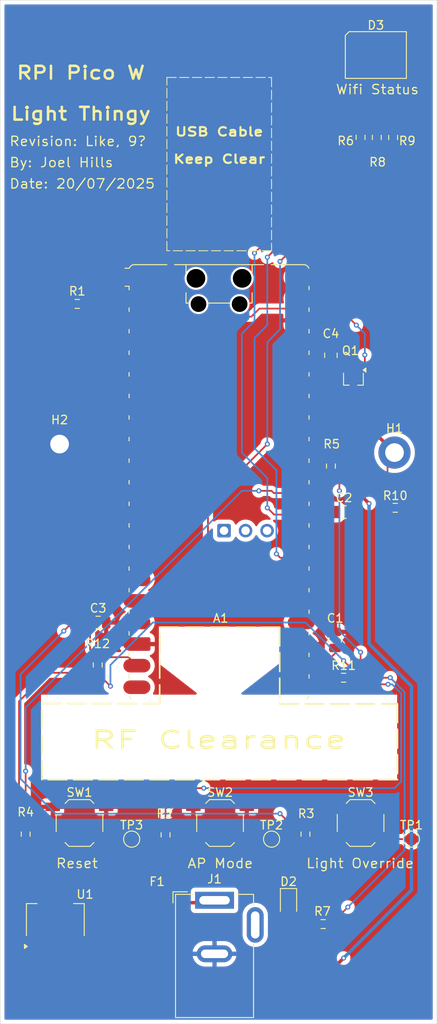
<source format=kicad_pcb>
(kicad_pcb (version 20241229) (generator "pcbnew") (generator_version "9.0")
  (layers (0 "F.Cu" signal) (2 "B.Cu" signal) (13 "F.Paste" user) (15 "B.Paste" user) (5 "F.SilkS" user "F.Silkscreen") (7 "B.SilkS" user "B.Silkscreen") (1 "F.Mask" user) (3 "B.Mask" user) (25 "Edge.Cuts" user))
  (net 0 "")
  (net 3 "GND")
  (net 7 "Net-(A1-GPIO22)")
  (net 13 "Net-(A1-RUN)")
  (net 17 "Net-(A1-GPIO20)")
  (net 19 "Net-(A1-3V3)")
  (net 23 "Net-(A1-GPIO16)")
  (net 30 "Net-(A1-GPIO1)")
  (net 32 "Regulator_Bypass")
  (net 33 "Net-(Q1-B)")
  (net 34 "Net-(F1-Pad1)")
  (net 35 "Net-(Q1-E)")
  (net 36 "Net-(A1-GPIO21)")
  (net 37 "GPIO14")
  (net 38 "Net-(R2-Pad1)")
  (net 39 "Net-(R3-Pad2)")
  (net 40 "Net-(R4-Pad2)")
  (net 41 "Net-(D3-AG)")
  (net 42 "Net-(D3-AB)")
  (net 43 "Net-(D3-AR)")
  (net 44 "Net-(D2-A)")
  (footprint "Resistor_SMD:R_0603_1608Metric_Pad0.98x0.95mm_HandSolder" (layer "F.Cu") (at 158.5 85.0875 -90)
    (property "Reference" "R5" (at -2.5875 -0.0875 0) (layer "F.SilkS"))
    (property "Value" "R" (hide yes))
    (pad "1" smd roundrect (at -0.9125 0 270) (size 0.975 0.95) (layers "F.Cu" "F.Mask" "F.Paste") (net 19 "Net-(A1-3V3)"))
    (pad "2" smd roundrect (at 0.9125 0 270) (size 0.975 0.95) (layers "F.Cu" "F.Mask" "F.Paste") (net 13 "Net-(A1-RUN)"))
  )
  (footprint "Resistor_SMD:R_0603_1608Metric_Pad0.98x0.95mm_HandSolder" (layer "F.Cu") (at 157.5875 139 180)
    (property "Reference" "R7" (at 0.0875 1.5 0) (layer "F.SilkS"))
    (property "Value" "R" (hide yes))
    (pad "1" smd roundrect (at -0.9125 0 180) (size 0.975 0.95) (layers "F.Cu" "F.Mask" "F.Paste") (net 19 "Net-(A1-3V3)"))
    (pad "2" smd roundrect (at 0.9125 0 180) (size 0.975 0.95) (layers "F.Cu" "F.Mask" "F.Paste") (net 44 "Net-(D2-A)"))
  )
  (footprint "Resistor_SMD:R_0603_1608Metric_Pad0.98x0.95mm_HandSolder" (layer "F.Cu") (at 128.5875 66 180)
    (property "Reference" "R1" (at 0 1.5 0) (layer "F.SilkS"))
    (property "Value" "R" (hide yes))
    (pad "1" smd roundrect (at -0.9125 0 180) (size 0.975 0.95) (layers "F.Cu" "F.Mask" "F.Paste") (net 30 "Net-(A1-GPIO1)"))
    (pad "2" smd roundrect (at 0.9125 0 180) (size 0.975 0.95) (layers "F.Cu" "F.Mask" "F.Paste") (net 33 "Net-(Q1-B)"))
  )
  (footprint "TestPoint:TestPoint_Pad_D1.5mm" (layer "F.Cu") (at 135 129)
    (property "Reference" "TP3" (at 0 -1.648 0) (layer "F.SilkS"))
    (property "Value" "TestPoint" (hide yes))
    (pad "1" smd circle (at 0 0) (size 1.5 1.5) (layers "F.Cu" "F.Mask") (net 40 "Net-(R4-Pad2)"))
  )
  (footprint "Fuse:Fuse_0402_1005Metric" (layer "F.Cu") (at 137.985 136 90)
    (property "Reference" "F1" (at 2 0.015 0) (layer "F.SilkS"))
    (property "Value" "Fuse" (hide yes))
    (pad "1" smd roundrect (at -0.485 0 90) (size 0.59 0.64) (layers "F.Cu" "F.Mask" "F.Paste") (net 34 "Net-(F1-Pad1)"))
    (pad "2" smd roundrect (at 0.485 0 90) (size 0.59 0.64) (layers "F.Cu" "F.Mask" "F.Paste") (net 32 "Regulator_Bypass"))
  )
  (footprint "Resistor_SMD:R_0603_1608Metric_Pad0.98x0.95mm_HandSolder" (layer "F.Cu") (at 163.9125 46.395891 -90)
    (property "Reference" "R8" (at 2.9125 -0.0875 0) (layer "F.SilkS"))
    (property "Value" "R" (hide yes))
    (pad "1" smd roundrect (at -0.9125 0 270) (size 0.975 0.95) (layers "F.Cu" "F.Mask" "F.Paste") (net 43 "Net-(D3-AR)"))
    (pad "2" smd roundrect (at 0.9125 0 270) (size 0.975 0.95) (layers "F.Cu" "F.Mask" "F.Paste") (net 36 "Net-(A1-GPIO21)"))
  )
  (footprint "Package_TO_SOT_SMD:SOT-223-3_TabPin2" (layer "F.Cu") (at 126 138.5 90)
    (property "Reference" "U1" (at 3 3.5 0) (layer "F.SilkS"))
    (property "Value" "AP1117-33" (hide yes))
    (pad "1" smd roundrect (at -3.15 -2.3 90) (size 2 1.5) (layers "F.Cu" "F.Mask" "F.Paste") (net 3 "GND"))
    (pad "2" smd roundrect (at -3.15 0 90) (size 2 1.5) (layers "F.Cu" "F.Mask" "F.Paste") (net 19 "Net-(A1-3V3)"))
    (pad "2" smd roundrect (at 3.15 0 90) (size 2 3.8) (layers "F.Cu" "F.Mask" "F.Paste") (net 19 "Net-(A1-3V3)"))
    (pad "3" smd roundrect (at -3.15 2.3 90) (size 2 1.5) (layers "F.Cu" "F.Mask" "F.Paste") (net 32 "Regulator_Bypass"))
  )
  (footprint "Button_Switch_SMD:SW_SPST_TL3342" (layer "F.Cu") (at 162 127.1 180)
    (property "Reference" "SW3" (at 0 3.6 0) (layer "F.SilkS"))
    (property "Value" "SW_Push" (hide yes))
    (pad "1" smd rect (at -3.15 -1.9 180) (size 1.7 1) (layers "F.Cu" "F.Mask" "F.Paste") (net 39 "Net-(R3-Pad2)"))
    (pad "1" smd rect (at 3.15 -1.9 180) (size 1.7 1) (layers "F.Cu" "F.Mask" "F.Paste") (net 39 "Net-(R3-Pad2)"))
    (pad "2" smd rect (at -3.15 1.9 180) (size 1.7 1) (layers "F.Cu" "F.Mask" "F.Paste") (net 3 "GND"))
    (pad "2" smd rect (at 3.15 1.9 180) (size 1.7 1) (layers "F.Cu" "F.Mask" "F.Paste") (net 3 "GND"))
  )
  (footprint "TestPoint:TestPoint_Pad_D1.5mm" (layer "F.Cu") (at 151.5 129)
    (property "Reference" "TP2" (at 0 -1.648 0) (layer "F.SilkS"))
    (property "Value" "TestPoint" (hide yes))
    (pad "1" smd circle (at 0 0) (size 1.5 1.5) (layers "F.Cu" "F.Mask") (net 38 "Net-(R2-Pad1)"))
  )
  (footprint "MountingHole:MountingHole_2.2mm_M2_DIN965_Pad" (layer "F.Cu") (at 166 83.5)
    (property "Reference" "H1" (at 0 -2.85 0) (layer "F.SilkS"))
    (property "Value" "MountingHole_Pad" (hide yes))
    (pad "1" thru_hole circle (at 0 0) (size 3.8 3.8) (drill 2.2) (layers "*.Cu" "*.Mask") (net 35 "Net-(Q1-E)"))
  )
  (footprint "Capacitor_SMD:C_0805_2012Metric" (layer "F.Cu") (at 159 105.55 -90)
    (property "Reference" "C1" (at -2.55 0 0) (layer "F.SilkS"))
    (property "Value" "C" (hide yes))
    (pad "1" smd roundrect (at -0.95 0 270) (size 1 1.45) (layers "F.Cu" "F.Mask" "F.Paste") (net 3 "GND"))
    (pad "2" smd roundrect (at 0.95 0 270) (size 1 1.45) (layers "F.Cu" "F.Mask" "F.Paste") (net 23 "Net-(A1-GPIO16)"))
  )
  (footprint "Capacitor_SMD:C_0805_2012Metric" (layer "F.Cu") (at 158.5 72.05 -90)
    (property "Reference" "C4" (at -2.55 0 0) (layer "F.SilkS"))
    (property "Value" "C" (hide yes))
    (pad "1" smd roundrect (at -0.95 0 270) (size 1 1.45) (layers "F.Cu" "F.Mask" "F.Paste") (net 3 "GND"))
    (pad "2" smd roundrect (at 0.95 0 270) (size 1 1.45) (layers "F.Cu" "F.Mask" "F.Paste") (net 19 "Net-(A1-3V3)"))
  )
  (footprint "Resistor_SMD:R_0603_1608Metric_Pad0.98x0.95mm_HandSolder" (layer "F.Cu") (at 122.5 128.4125 -90)
    (property "Reference" "R4" (at -2.5875 0 0) (layer "F.SilkS"))
    (property "Value" "R" (hide yes))
    (pad "1" smd roundrect (at -0.9125 0 270) (size 0.975 0.95) (layers "F.Cu" "F.Mask" "F.Paste") (net 13 "Net-(A1-RUN)"))
    (pad "2" smd roundrect (at 0.9125 0 270) (size 0.975 0.95) (layers "F.Cu" "F.Mask" "F.Paste") (net 40 "Net-(R4-Pad2)"))
  )
  (footprint "Module:RaspberryPi_Pico_W_SMD_HandSolder" (layer "F.Cu") (at 145.31 86.99)
    (property "Reference" "A1" (at -0.81 16.01 0) (layer "F.SilkS") (effects (justify left)))
    (property "Value" "RaspberryPi_Pico_W")
    (pad "" smd rect (at -8.89 -24.13) (size 3.8 2.2) (drill (offset -0.8 0)) (layers "F.Paste"))
    (pad "" smd rect (at -8.89 -21.59) (size 3.8 2.2) (drill (offset -0.8 0)) (layers "F.Paste"))
    (pad "" smd rect (at -8.89 -19.05) (size 3.8 2.2) (drill (offset -0.8 0)) (layers "F.Paste"))
    (pad "" smd rect (at -8.89 -16.51) (size 3.8 2.2) (drill (offset -0.8 0)) (layers "F.Paste"))
    (pad "" smd rect (at -8.89 -13.97) (size 3.8 2.2) (drill (offset -0.8 0)) (layers "F.Paste"))
    (pad "" smd rect (at -8.89 -11.43) (size 3.8 2.2) (drill (offset -0.8 0)) (layers "F.Paste"))
    (pad "" smd rect (at -8.89 -8.89) (size 3.8 2.2) (drill (offset -0.8 0)) (layers "F.Paste"))
    (pad "" smd rect (at -8.89 -6.35) (size 3.8 2.2) (drill (offset -0.8 0)) (layers "F.Paste"))
    (pad "" smd rect (at -8.89 -3.81) (size 3.8 2.2) (drill (offset -0.8 0)) (layers "F.Paste"))
    (pad "" smd rect (at -8.89 -1.27) (size 3.8 2.2) (drill (offset -0.8 0)) (layers "F.Paste"))
    (pad "" smd rect (at -8.89 1.27) (size 3.8 2.2) (drill (offset -0.8 0)) (layers "F.Paste"))
    (pad "" smd rect (at -8.89 3.81) (size 3.8 2.2) (drill (offset -0.8 0)) (layers "F.Paste"))
    (pad "" smd rect (at -8.89 6.35) (size 3.8 2.2) (drill (offset -0.8 0)) (layers "F.Paste"))
    (pad "" smd rect (at -8.89 8.89) (size 3.8 2.2) (drill (offset -0.8 0)) (layers "F.Paste"))
    (pad "" smd rect (at -8.89 11.43) (size 3.8 2.2) (drill (offset -0.8 0)) (layers "F.Paste"))
    (pad "" smd rect (at -8.89 13.97) (size 3.8 2.2) (drill (offset -0.8 0)) (layers "F.Paste"))
    (pad "" smd rect (at -8.89 16.51) (size 3.8 2.2) (drill (offset -0.8 0)) (layers "F.Paste"))
    (pad "" smd rect (at -8.89 19.05) (size 3.8 2.2) (drill (offset -0.8 0)) (layers "F.Paste"))
    (pad "" smd rect (at -8.89 21.59) (size 3.8 2.2) (drill (offset -0.8 0)) (layers "F.Paste"))
    (pad "" smd rect (at -8.89 24.13) (size 3.8 2.2) (drill (offset -0.8 0)) (layers "F.Paste"))
    (pad "" np_thru_hole circle (at -2.725 -24) (size 2.2 2.2) (drill 2.2) (layers "*.Mask"))
    (pad "" np_thru_hole circle (at -2.425 -20.97) (size 1.85 1.85) (drill 1.85) (layers "*.Mask"))
    (pad "" np_thru_hole circle (at 2.425 -20.97) (size 1.85 1.85) (drill 1.85) (layers "*.Mask"))
    (pad "" np_thru_hole circle (at 2.725 -24) (size 2.2 2.2) (drill 2.2) (layers "*.Mask"))
    (pad "" smd rect (at 8.89 -24.13) (size 3.8 2.2) (drill (offset 0.8 0)) (layers "F.Paste"))
    (pad "" smd rect (at 8.89 -21.59) (size 3.8 2.2) (drill (offset 0.8 0)) (layers "F.Paste"))
    (pad "" smd rect (at 8.89 -19.05) (size 3.8 2.2) (drill (offset 0.8 0)) (layers "F.Paste"))
    (pad "" smd rect (at 8.89 -16.51) (size 3.8 2.2) (drill (offset 0.8 0)) (layers "F.Paste"))
    (pad "" smd rect (at 8.89 -13.97) (size 3.8 2.2) (drill (offset 0.8 0)) (layers "F.Paste"))
    (pad "" smd rect (at 8.89 -11.43) (size 3.8 2.2) (drill (offset 0.8 0)) (layers "F.Paste"))
    (pad "" smd rect (at 8.89 -8.89) (size 3.8 2.2) (drill (offset 0.8 0)) (layers "F.Paste"))
    (pad "" smd rect (at 8.89 -6.35) (size 3.8 2.2) (drill (offset 0.8 0)) (layers "F.Paste"))
    (pad "" smd rect (at 8.89 -3.81) (size 3.8 2.2) (drill (offset 0.8 0)) (layers "F.Paste"))
    (pad "" smd rect (at 8.89 -1.27) (size 3.8 2.2) (drill (offset 0.8 0)) (layers "F.Paste"))
    (pad "" smd rect (at 8.89 1.27) (size 3.8 2.2) (drill (offset 0.8 0)) (layers "F.Paste"))
    (pad "" smd rect (at 8.89 3.81) (size 3.8 2.2) (drill (offset 0.8 0)) (layers "F.Paste"))
    (pad "" smd rect (at 8.89 6.35) (size 3.8 2.2) (drill (offset 0.8 0)) (layers "F.Paste"))
    (pad "" smd rect (at 8.89 8.89) (size 3.8 2.2) (drill (offset 0.8 0)) (layers "F.Paste"))
    (pad "" smd rect (at 8.89 11.43) (size 3.8 2.2) (drill (offset 0.8 0)) (layers "F.Paste"))
    (pad "" smd rect (at 8.89 13.97) (size 3.8 2.2) (drill (offset 0.8 0)) (layers "F.Paste"))
    (pad "" smd rect (at 8.89 16.51) (size 3.8 2.2) (drill (offset 0.8 0)) (layers "F.Paste"))
    (pad "" smd rect (at 8.89 19.05) (size 3.8 2.2) (drill (offset 0.8 0)) (layers "F.Paste"))
    (pad "" smd rect (at 8.89 21.59) (size 3.8 2.2) (drill (offset 0.8 0)) (layers "F.Paste"))
    (pad "" smd rect (at 8.89 24.13) (size 3.8 2.2) (drill (offset 0.8 0)) (layers "F.Paste"))
    (pad "1" smd custom (at -9.69 -24.13) (size 1.6 0.8) (layers "F.Cu" "F.Mask") (options (clearance outline) (anchor rect)) (primitives (gr_circle (center 0.8 0) (end 1.6 0) (width 0) (fill yes)) (gr_poly (pts (xy -1.6 -0.6) (xy -1.6 0.6) (xy -1.4 0.8) (xy 0.8 0.8) (xy 0.8 -0.8) (xy -1.4 -0.8)) (width 0) (fill yes)) (gr_circle (center -1.4 -0.6) (end -1.2 -0.6) (width 0) (fill yes)) (gr_circle (center -1.4 0.6) (end -1.2 0.6) (width 0) (fill yes))))
    (pad "2" smd roundrect (at -9.69 -21.59) (size 3.2 1.6) (layers "F.Cu" "F.Mask") (roundrect_rratio 0.5) (net 30 "Net-(A1-GPIO1)"))
    (pad "3" smd custom (at -9.69 -19.05) (size 1.6 0.8) (layers "F.Cu" "F.Mask") (net 3 "GND") (options (clearance outline) (anchor rect)) (primitives (gr_circle (center -0.8 0) (end 0 0) (width 0) (fill yes)) (gr_poly (pts (xy 1.6 -0.6) (xy 1.6 0.6) (xy 1.4 0.8) (xy -0.8 0.8) (xy -0.8 -0.8) (xy 1.4 -0.8)) (width 0) (fill yes)) (gr_circle (center 1.4 -0.6) (end 1.6 -0.6) (width 0) (fill yes)) (gr_circle (center 1.4 0.6) (end 1.6 0.6) (width 0) (fill yes))))
    (pad "4" smd roundrect (at -9.69 -16.51) (size 3.2 1.6) (layers "F.Cu" "F.Mask") (roundrect_rratio 0.5))
    (pad "5" smd roundrect (at -9.69 -13.97) (size 3.2 1.6) (layers "F.Cu" "F.Mask") (roundrect_rratio 0.5))
    (pad "6" smd roundrect (at -9.69 -11.43) (size 3.2 1.6) (layers "F.Cu" "F.Mask") (roundrect_rratio 0.5))
    (pad "7" smd roundrect (at -9.69 -8.89) (size 3.2 1.6) (layers "F.Cu" "F.Mask") (roundrect_rratio 0.5))
    (pad "8" smd custom (at -9.69 -6.35) (size 1.6 0.8) (layers "F.Cu" "F.Mask") (net 3 "GND") (options (clearance outline) (anchor rect)) (primitives (gr_circle (center -0.8 0) (end 0 0) (width 0) (fill yes)) (gr_poly (pts (xy 1.6 -0.6) (xy 1.6 0.6) (xy 1.4 0.8) (xy -0.8 0.8) (xy -0.8 -0.8) (xy 1.4 -0.8)) (width 0) (fill yes)) (gr_circle (center 1.4 -0.6) (end 1.6 -0.6) (width 0) (fill yes)) (gr_circle (center 1.4 0.6) (end 1.6 0.6) (width 0) (fill yes))))
    (pad "9" smd roundrect (at -9.69 -3.81) (size 3.2 1.6) (layers "F.Cu" "F.Mask") (roundrect_rratio 0.5))
    (pad "10" smd roundrect (at -9.69 -1.27) (size 3.2 1.6) (layers "F.Cu" "F.Mask") (roundrect_rratio 0.5))
    (pad "11" smd roundrect (at -9.69 1.27) (size 3.2 1.6) (layers "F.Cu" "F.Mask") (roundrect_rratio 0.5))
    (pad "12" smd roundrect (at -9.69 3.81) (size 3.2 1.6) (layers "F.Cu" "F.Mask") (roundrect_rratio 0.5))
    (pad "13" smd custom (at -9.69 6.35) (size 1.6 0.8) (layers "F.Cu" "F.Mask") (net 3 "GND") (options (clearance outline) (anchor rect)) (primitives (gr_circle (center -0.8 0) (end 0 0) (width 0) (fill yes)) (gr_poly (pts (xy 1.6 -0.6) (xy 1.6 0.6) (xy 1.4 0.8) (xy -0.8 0.8) (xy -0.8 -0.8) (xy 1.4 -0.8)) (width 0) (fill yes)) (gr_circle (center 1.4 -0.6) (end 1.6 -0.6) (width 0) (fill yes)) (gr_circle (center 1.4 0.6) (end 1.6 0.6) (width 0) (fill yes))))
    (pad "14" smd roundrect (at -9.69 8.89) (size 3.2 1.6) (layers "F.Cu" "F.Mask") (roundrect_rratio 0.5))
    (pad "15" smd roundrect (at -9.69 11.43) (size 3.2 1.6) (layers "F.Cu" "F.Mask") (roundrect_rratio 0.5))
    (pad "16" smd roundrect (at -9.69 13.97) (size 3.2 1.6) (layers "F.Cu" "F.Mask") (roundrect_rratio 0.5))
    (pad "17" smd roundrect (at -9.69 16.51) (size 3.2 1.6) (layers "F.Cu" "F.Mask") (roundrect_rratio 0.5))
    (pad "18" smd custom (at -9.69 19.05) (size 1.6 0.8) (layers "F.Cu" "F.Mask") (net 3 "GND") (options (clearance outline) (anchor rect)) (primitives (gr_circle (center -0.8 0) (end 0 0) (width 0) (fill yes)) (gr_poly (pts (xy 1.6 -0.6) (xy 1.6 0.6) (xy 1.4 0.8) (xy -0.8 0.8) (xy -0.8 -0.8) (xy 1.4 -0.8)) (width 0) (fill yes)) (gr_circle (center 1.4 -0.6) (end 1.6 -0.6) (width 0) (fill yes)) (gr_circle (center 1.4 0.6) (end 1.6 0.6) (width 0) (fill yes))))
    (pad "19" smd roundrect (at -9.69 21.59) (size 3.2 1.6) (layers "F.Cu" "F.Mask") (roundrect_rratio 0.5) (net 37 "GPIO14"))
    (pad "20" smd roundrect (at -9.69 24.13) (size 3.2 1.6) (layers "F.Cu" "F.Mask") (roundrect_rratio 0.5))
    (pad "21" smd roundrect (at 9.69 24.13) (size 3.2 1.6) (layers "F.Cu" "F.Mask") (roundrect_rratio 0.5) (net 23 "Net-(A1-GPIO16)"))
    (pad "22" smd roundrect (at 9.69 21.59) (size 3.2 1.6) (layers "F.Cu" "F.Mask") (roundrect_rratio 0.5))
    (pad "23" smd custom (at 9.69 19.05) (size 1.6 0.8) (layers "F.Cu" "F.Mask") (net 3 "GND") (options (clearance outline) (anchor rect)) (primitives (gr_circle (center 0.8 0) (end 1.6 0) (width 0) (fill yes)) (gr_poly (pts (xy -1.6 -0.6) (xy -1.6 0.6) (xy -1.4 0.8) (xy 0.8 0.8) (xy 0.8 -0.8) (xy -1.4 -0.8)) (width 0) (fill yes)) (gr_circle (center -1.4 -0.6) (end -1.2 -0.6) (width 0) (fill yes)) (gr_circle (center -1.4 0.6) (end -1.2 0.6) (width 0) (fill yes))))
    (pad "24" smd roundrect (at 9.69 16.51) (size 3.2 1.6) (layers "F.Cu" "F.Mask") (roundrect_rratio 0.5))
    (pad "25" smd roundrect (at 9.69 13.97) (size 3.2 1.6) (layers "F.Cu" "F.Mask") (roundrect_rratio 0.5))
    (pad "26" smd roundrect (at 9.69 11.43) (size 3.2 1.6) (layers "F.Cu" "F.Mask") (roundrect_rratio 0.5) (net 17 "Net-(A1-GPIO20)"))
    (pad "27" smd roundrect (at 9.69 8.89) (size 3.2 1.6) (layers "F.Cu" "F.Mask") (roundrect_rratio 0.5) (net 36 "Net-(A1-GPIO21)"))
    (pad "28" smd custom (at 9.69 6.35) (size 1.6 0.8) (layers "F.Cu" "F.Mask") (net 3 "GND") (options (clearance outline) (anchor rect)) (primitives (gr_circle (center 0.8 0) (end 1.6 0) (width 0) (fill yes)) (gr_poly (pts (xy -1.6 -0.6) (xy -1.6 0.6) (xy -1.4 0.8) (xy 0.8 0.8) (xy 0.8 -0.8) (xy -1.4 -0.8)) (width 0) (fill yes)) (gr_circle (center -1.4 -0.6) (end -1.2 -0.6) (width 0) (fill yes)) (gr_circle (center -1.4 0.6) (end -1.2 0.6) (width 0) (fill yes))))
    (pad "29" smd roundrect (at 9.69 3.81) (size 3.2 1.6) (layers "F.Cu" "F.Mask") (roundrect_rratio 0.5) (net 7 "Net-(A1-GPIO22)"))
    (pad "30" smd roundrect (at 9.69 1.27) (size 3.2 1.6) (layers "F.Cu" "F.Mask") (roundrect_rratio 0.5) (net 13 "Net-(A1-RUN)"))
    (pad "31" smd roundrect (at 9.69 -1.27) (size 3.2 1.6) (layers "F.Cu" "F.Mask") (roundrect_rratio 0.5))
    (pad "32" smd roundrect (at 9.69 -3.81) (size 3.2 1.6) (layers "F.Cu" "F.Mask") (roundrect_rratio 0.5))
    (pad "33" smd custom (at 9.69 -6.35) (size 1.6 0.8) (layers "F.Cu" "F.Mask") (net 3 "GND") (options (clearance outline) (anchor rect)) (primitives (gr_circle (center 0.8 0) (end 1.6 0) (width 0) (fill yes)) (gr_poly (pts (xy -1.6 -0.6) (xy -1.6 0.6) (xy -1.4 0.8) (xy 0.8 0.8) (xy 0.8 -0.8) (xy -1.4 -0.8)) (width 0) (fill yes)) (gr_circle (center -1.4 -0.6) (end -1.2 -0.6) (width 0) (fill yes)) (gr_circle (center -1.4 0.6) (end -1.2 0.6) (width 0) (fill yes))))
    (pad "34" smd roundrect (at 9.69 -8.89) (size 3.2 1.6) (layers "F.Cu" "F.Mask") (roundrect_rratio 0.5))
    (pad "35" smd roundrect (at 9.69 -11.43) (size 3.2 1.6) (layers "F.Cu" "F.Mask") (roundrect_rratio 0.5))
    (pad "36" smd roundrect (at 9.69 -13.97) (size 3.2 1.6) (layers "F.Cu" "F.Mask") (roundrect_rratio 0.5) (net 19 "Net-(A1-3V3)"))
    (pad "37" smd roundrect (at 9.69 -16.51) (size 3.2 1.6) (layers "F.Cu" "F.Mask") (roundrect_rratio 0.5))
    (pad "38" smd custom (at 9.69 -19.05) (size 1.6 0.8) (layers "F.Cu" "F.Mask") (net 3 "GND") (options (clearance outline) (anchor rect)) (primitives (gr_circle (center 0.8 0) (end 1.6 0) (width 0) (fill yes)) (gr_poly (pts (xy -1.6 -0.6) (xy -1.6 0.6) (xy -1.4 0.8) (xy 0.8 0.8) (xy 0.8 -0.8) (xy -1.4 -0.8)) (width 0) (fill yes)) (gr_circle (center -1.4 -0.6) (end -1.2 -0.6) (width 0) (fill yes)) (gr_circle (center -1.4 0.6) (end -1.2 0.6) (width 0) (fill yes))))
    (pad "39" smd roundrect (at 9.69 -21.59) (size 3.2 1.6) (layers "F.Cu" "F.Mask") (roundrect_rratio 0.5))
    (pad "40" smd roundrect (at 9.69 -24.13) (size 3.2 1.6) (layers "F.Cu" "F.Mask") (roundrect_rratio 0.5))
    (pad "D1" thru_hole roundrect (at 0.5841 5.7) (size 1.6 1.6) (drill 1) (layers "*.Cu" "*.Mask") (roundrect_rratio 0.125))
    (pad "D2" thru_hole circle (at 3.1241 5.7) (size 1.6 1.6) (drill 1) (layers "*.Cu" "*.Mask"))
    (pad "D3" thru_hole circle (at 5.6641 5.7) (size 1.6 1.6) (drill 1) (layers "*.Cu" "*.Mask"))
    (zone (net 0) (net_name "") (layers "F.Cu" "B.Cu" "F.Paste" "B.Paste") (name "RF Copper Keep Out") (connect_pads (clearance 0)) (min_thickness 0.254)
      (keepout (tracks not_allowed) (vias not_allowed) (pads not_allowed) (copperpour not_allowed) (footprints not_allowed))
      (fill (thermal_gap 0.508) (thermal_bridge_width 0.508))
      (polygon (pts (xy 124.31 111.99) (xy 166.31 111.99) (xy 166.31 121.99) (xy 124.31 121.99)))
    )
    (zone (net 0) (net_name "") (layers "F.Cu" "B.Cu" "F.Paste" "B.Paste") (name "Antenna Copper Keep Out") (connect_pads (clearance 0)) (min_thickness 0.254)
      (keepout (tracks not_allowed) (vias not_allowed) (pads not_allowed) (copperpour not_allowed) (footprints not_allowed))
      (fill (thermal_gap 0.508) (thermal_bridge_width 0.508))
      (polygon (pts (xy 142.91 111.979895) (xy 138.21 108.329895) (xy 138.21 103.99) (xy 152.41 103.99) (xy 152.41 108.329895) (xy 147.71 111.979895) (xy 147.71 111.99) (xy 142.91 111.99)))
    )
    (zone (net 0) (net_name "") (layers "F.Cu" "F.Paste") (name "Pad Keep Out TP6") (connect_pads (clearance 0)) (min_thickness 0.25)
      (keepout (tracks not_allowed) (vias not_allowed) (pads not_allowed) (copperpour not_allowed) (footprints allowed))
      (fill (thermal_gap 0.5) (thermal_bridge_width 0.5))
      (polygon (pts (xy 142.294455 76.937861) (xy 142.167833 76.903932) (xy 142.054306 76.838388) (xy 141.961612 76.745694) (xy 141.896068 76.632167) (xy 141.862139 76.505545) (xy 141.86 76.44) (xy 141.86 72.74) (xy 143.76 72.74) (xy 143.76 76.44) (xy 143.757861 76.505545) (xy 143.723932 76.632167) (xy 143.658388 76.745694) (xy 143.565694 76.838388) (xy 143.452167 76.903932) (xy 143.325545 76.937861) (xy 143.26 76.94) (xy 142.36 76.94)))
    )
    (zone (net 0) (net_name "") (layers "F.Cu" "F.Paste") (name "Pad Keep Out TP3") (connect_pads (clearance 0)) (min_thickness 0.25)
      (keepout (tracks not_allowed) (vias not_allowed) (pads not_allowed) (copperpour not_allowed) (footprints allowed))
      (fill (thermal_gap 0.5) (thermal_bridge_width 0.5))
      (polygon (pts (xy 143.362139 62.174455) (xy 143.396068 62.047833) (xy 143.461612 61.934306) (xy 143.554306 61.841612) (xy 143.667833 61.776068) (xy 143.794455 61.742139) (xy 143.86 61.74) (xy 144.31 61.74) (xy 144.31 63.64) (xy 143.86 63.64) (xy 143.794455 63.637861) (xy 143.667833 63.603932) (xy 143.554306 63.538388) (xy 143.461612 63.445694) (xy 143.396068 63.332167) (xy 143.362139 63.205545) (xy 143.36 63.14) (xy 143.36 62.24)))
    )
    (zone (net 0) (net_name "") (layers "F.Cu" "F.Paste") (name "Pad Keep Out TP4") (connect_pads (clearance 0)) (min_thickness 0.25)
      (keepout (tracks not_allowed) (vias not_allowed) (pads not_allowed) (copperpour not_allowed) (footprints allowed))
      (fill (thermal_gap 0.5) (thermal_bridge_width 0.5))
      (polygon (pts (xy 143.76 72.74) (xy 143.76 69.04) (xy 143.757861 68.974455) (xy 143.723933 68.847833) (xy 143.658388 68.734306) (xy 143.565694 68.641612) (xy 143.452167 68.576067) (xy 143.325545 68.542139) (xy 143.26 68.54) (xy 142.36 68.54) (xy 142.294455 68.542139) (xy 142.167833 68.576067) (xy 142.054306 68.641612) (xy 141.961612 68.734306) (xy 141.896067 68.847833) (xy 141.862139 68.974455) (xy 141.86 69.04) (xy 141.86 72.74)))
    )
    (zone (net 0) (net_name "") (layers "F.Cu" "F.Paste") (name "Pad Keep Out TP3") (connect_pads (clearance 0)) (min_thickness 0.25)
      (keepout (tracks not_allowed) (vias not_allowed) (pads not_allowed) (copperpour not_allowed) (footprints allowed))
      (fill (thermal_gap 0.5) (thermal_bridge_width 0.5))
      (polygon (pts (xy 144.31 63.64) (xy 144.76 63.64) (xy 144.825545 63.637861) (xy 144.952167 63.603933) (xy 145.065694 63.538388) (xy 145.158388 63.445694) (xy 145.223933 63.332167) (xy 145.257861 63.205545) (xy 145.26 63.14) (xy 145.26 62.24) (xy 145.257861 62.174455) (xy 145.223933 62.047833) (xy 145.158388 61.934306) (xy 145.065694 61.841612) (xy 144.952167 61.776067) (xy 144.825545 61.742139) (xy 144.76 61.74) (xy 144.31 61.74)))
    )
    (zone (net 0) (net_name "") (layers "F.Cu" "F.Paste") (name "Pad Keep Out TP1") (connect_pads (clearance 0)) (min_thickness 0.25)
      (keepout (tracks not_allowed) (vias not_allowed) (pads not_allowed) (copperpour not_allowed) (footprints allowed))
      (fill (thermal_gap 0.5) (thermal_bridge_width 0.5))
      (polygon (pts (xy 144.362139 65.474455) (xy 144.396068 65.347833) (xy 144.461612 65.234306) (xy 144.554306 65.141612) (xy 144.667833 65.076068) (xy 144.794455 65.042139) (xy 144.86 65.04) (xy 145.31 65.04) (xy 145.31 66.94) (xy 144.86 66.94) (xy 144.794455 66.937861) (xy 144.667833 66.903932) (xy 144.554306 66.838388) (xy 144.461612 66.745694) (xy 144.396068 66.632167) (xy 144.362139 66.505545) (xy 144.36 66.44) (xy 144.36 65.54)))
    )
    (zone (net 0) (net_name "") (layers "F.Cu" "F.Paste") (name "Pad Keep Out TP1") (connect_pads (clearance 0)) (min_thickness 0.25)
      (keepout (tracks not_allowed) (vias not_allowed) (pads not_allowed) (copperpour not_allowed) (footprints allowed))
      (fill (thermal_gap 0.5) (thermal_bridge_width 0.5))
      (polygon (pts (xy 145.31 66.94) (xy 145.76 66.94) (xy 145.825545 66.937861) (xy 145.952167 66.903933) (xy 146.065694 66.838388) (xy 146.158388 66.745694) (xy 146.223933 66.632167) (xy 146.257861 66.505545) (xy 146.26 66.44) (xy 146.26 65.54) (xy 146.257861 65.474455) (xy 146.223933 65.347833) (xy 146.158388 65.234306) (xy 146.065694 65.141612) (xy 145.952167 65.076067) (xy 145.825545 65.042139) (xy 145.76 65.04) (xy 145.31 65.04)))
    )
    (zone (net 0) (net_name "") (layers "F.Cu" "F.Paste") (name "Pad Keep Out TP2") (connect_pads (clearance 0)) (min_thickness 0.25)
      (keepout (tracks not_allowed) (vias not_allowed) (pads not_allowed) (copperpour not_allowed) (footprints allowed))
      (fill (thermal_gap 0.5) (thermal_bridge_width 0.5))
      (polygon (pts (xy 145.362139 62.189455) (xy 145.396068 62.062833) (xy 145.461612 61.949306) (xy 145.554306 61.856612) (xy 145.667833 61.791068) (xy 145.794455 61.757139) (xy 145.86 61.755) (xy 146.31 61.755) (xy 146.31 63.655) (xy 145.86 63.655) (xy 145.794455 63.652861) (xy 145.667833 63.618932) (xy 145.554306 63.553388) (xy 145.461612 63.460694) (xy 145.396068 63.347167) (xy 145.362139 63.220545) (xy 145.36 63.155) (xy 145.36 62.255)))
    )
    (zone (net 0) (net_name "") (layers "F.Cu" "F.Paste") (name "Pad Keep Out TP2") (connect_pads (clearance 0)) (min_thickness 0.25)
      (keepout (tracks not_allowed) (vias not_allowed) (pads not_allowed) (copperpour not_allowed) (footprints allowed))
      (fill (thermal_gap 0.5) (thermal_bridge_width 0.5))
      (polygon (pts (xy 146.31 63.655) (xy 146.76 63.655) (xy 146.825545 63.652861) (xy 146.952167 63.618933) (xy 147.065694 63.553388) (xy 147.158388 63.460694) (xy 147.223933 63.347167) (xy 147.257861 63.220545) (xy 147.26 63.155) (xy 147.26 62.255) (xy 147.257861 62.189455) (xy 147.223933 62.062833) (xy 147.158388 61.949306) (xy 147.065694 61.856612) (xy 146.952167 61.791067) (xy 146.825545 61.757139) (xy 146.76 61.755) (xy 146.31 61.755)))
    )
  )
  (footprint "LED_SMD:LED_0805_2012Metric" (layer "F.Cu") (at 153.5 136.5 -90)
    (property "Reference" "D2" (at -2.5 0 0) (layer "F.SilkS"))
    (property "Value" "LED" (hide yes))
    (pad "1" smd roundrect (at -0.9375 0 270) (size 0.975 1.4) (layers "F.Cu" "F.Mask" "F.Paste") (net 3 "GND"))
    (pad "2" smd roundrect (at 0.9375 0 270) (size 0.975 1.4) (layers "F.Cu" "F.Mask" "F.Paste") (net 44 "Net-(D2-A)"))
  )
  (footprint "Resistor_SMD:R_0603_1608Metric_Pad0.98x0.95mm_HandSolder" (layer "F.Cu") (at 161.997723 46.38543 -90)
    (property "Reference" "R6" (at 0.422961 1.754728 0) (layer "F.SilkS"))
    (property "Value" "R" (hide yes))
    (pad "1" smd roundrect (at -0.9125 0 270) (size 0.975 0.95) (layers "F.Cu" "F.Mask" "F.Paste") (net 42 "Net-(D3-AB)"))
    (pad "2" smd roundrect (at 0.9125 0 270) (size 0.975 0.95) (layers "F.Cu" "F.Mask" "F.Paste") (net 7 "Net-(A1-GPIO22)"))
  )
  (footprint "Resistor_SMD:R_0603_1608Metric_Pad0.98x0.95mm_HandSolder" (layer "F.Cu") (at 166.0875 90)
    (property "Reference" "R10" (at 0 -1.43 0) (layer "F.SilkS"))
    (property "Value" "R" (hide yes))
    (pad "1" smd roundrect (at -0.9125 0) (size 0.975 0.95) (layers "F.Cu" "F.Mask" "F.Paste") (net 35 "Net-(Q1-E)"))
    (pad "2" smd roundrect (at 0.9125 0) (size 0.975 0.95) (layers "F.Cu" "F.Mask" "F.Paste") (net 3 "GND"))
  )
  (footprint "TestPoint:TestPoint_Pad_D1.5mm" (layer "F.Cu") (at 168 129)
    (property "Reference" "TP1" (at 0 -1.648 0) (layer "F.SilkS"))
    (property "Value" "TestPoint" (hide yes))
    (pad "1" smd circle (at 0 0) (size 1.5 1.5) (layers "F.Cu" "F.Mask") (net 39 "Net-(R3-Pad2)"))
  )
  (footprint "Resistor_SMD:R_0603_1608Metric_Pad0.98x0.95mm_HandSolder" (layer "F.Cu") (at 139 128.5 90)
    (property "Reference" "R2" (at 2.5 -0.0875 0) (layer "F.SilkS"))
    (property "Value" "R" (hide yes))
    (pad "1" smd roundrect (at -0.9125 0 90) (size 0.975 0.95) (layers "F.Cu" "F.Mask" "F.Paste") (net 38 "Net-(R2-Pad1)"))
    (pad "2" smd roundrect (at 0.9125 0 90) (size 0.975 0.95) (layers "F.Cu" "F.Mask" "F.Paste") (net 23 "Net-(A1-GPIO16)"))
  )
  (footprint "LED_SMD:LED_Inolux_IN-P55TATRGB_PLCC6_5.0x5.5mm_P1.8mm" (layer "F.Cu") (at 163.8 36.7)
    (property "Reference" "D3" (at 0 -3.5 0) (layer "F.SilkS"))
    (property "Value" "Inolux_IN-P55TATRGB" (hide yes))
    (pad "1" smd roundrect (at -2.2 -1.8) (size 2 1.4) (layers "F.Cu" "F.Mask" "F.Paste") (net 3 "GND"))
    (pad "2" smd roundrect (at -2.2 0) (size 2 1) (layers "F.Cu" "F.Mask" "F.Paste") (net 3 "GND"))
    (pad "3" smd roundrect (at -2.2 1.8) (size 2 1.4) (layers "F.Cu" "F.Mask" "F.Paste") (net 3 "GND"))
    (pad "4" smd roundrect (at 2.2 1.8) (size 2 1.4) (layers "F.Cu" "F.Mask" "F.Paste") (net 41 "Net-(D3-AG)"))
    (pad "5" smd roundrect (at 2.2 0) (size 2 1) (layers "F.Cu" "F.Mask" "F.Paste") (net 43 "Net-(D3-AR)"))
    (pad "6" smd roundrect (at 2.2 -1.8) (size 2 1.4) (layers "F.Cu" "F.Mask" "F.Paste") (net 42 "Net-(D3-AB)"))
  )
  (footprint "Resistor_SMD:R_0603_1608Metric_Pad0.98x0.95mm_HandSolder" (layer "F.Cu") (at 160 110)
    (property "Reference" "R11" (at 0 -1.43 0) (layer "F.SilkS"))
    (property "Value" "R" (hide yes))
    (pad "1" smd roundrect (at -0.9125 0) (size 0.975 0.95) (layers "F.Cu" "F.Mask" "F.Paste") (net 23 "Net-(A1-GPIO16)"))
    (pad "2" smd roundrect (at 0.9125 0) (size 0.975 0.95) (layers "F.Cu" "F.Mask" "F.Paste") (net 19 "Net-(A1-3V3)"))
  )
  (footprint "Button_Switch_SMD:SW_SPST_TL3342" (layer "F.Cu") (at 145.425 127.1)
    (property "Reference" "SW2" (at 0 -3.6 0) (layer "F.SilkS"))
    (property "Value" "SW_Push" (hide yes))
    (pad "1" smd rect (at -3.15 -1.9) (size 1.7 1) (layers "F.Cu" "F.Mask" "F.Paste") (net 3 "GND"))
    (pad "1" smd rect (at 3.15 -1.9) (size 1.7 1) (layers "F.Cu" "F.Mask" "F.Paste") (net 3 "GND"))
    (pad "2" smd rect (at -3.15 1.9) (size 1.7 1) (layers "F.Cu" "F.Mask" "F.Paste") (net 38 "Net-(R2-Pad1)"))
    (pad "2" smd rect (at 3.15 1.9) (size 1.7 1) (layers "F.Cu" "F.Mask" "F.Paste") (net 38 "Net-(R2-Pad1)"))
  )
  (footprint "Resistor_SMD:R_0603_1608Metric_Pad0.98x0.95mm_HandSolder" (layer "F.Cu") (at 155.5 128.4125 -90)
    (property "Reference" "R3" (at -2.4125 -0.0875 0) (layer "F.SilkS"))
    (property "Value" "R" (hide yes))
    (pad "1" smd roundrect (at -0.9125 0 270) (size 0.975 0.95) (layers "F.Cu" "F.Mask" "F.Paste") (net 37 "GPIO14"))
    (pad "2" smd roundrect (at 0.9125 0 270) (size 0.975 0.95) (layers "F.Cu" "F.Mask" "F.Paste") (net 39 "Net-(R3-Pad2)"))
  )
  (footprint "Connector_BarrelJack:BarrelJack_GCT_DCJ200-10-A_Horizontal" (layer "F.Cu") (at 144.775 136.2)
    (property "Reference" "J1" (at 0 -2.5 0) (layer "F.SilkS"))
    (property "Value" "Barrel_Jack" (hide yes))
    (pad "1" thru_hole rect (at 0 0) (size 4.6 2) (drill oval 3.6 1) (layers "*.Cu" "*.Mask") (net 34 "Net-(F1-Pad1)"))
    (pad "2" thru_hole oval (at 0 6.3) (size 4.2 2) (drill oval 3.2 1) (layers "*.Cu" "*.Mask") (net 3 "GND"))
    (pad "3" thru_hole oval (at 4.8 2.9) (size 2 4.2) (drill oval 1 3.2) (layers "*.Cu" "*.Mask"))
  )
  (footprint "Button_Switch_SMD:SW_SPST_TL3342" (layer "F.Cu") (at 128.85 127.1 180)
    (property "Reference" "SW1" (at 0 3.6 0) (layer "F.SilkS"))
    (property "Value" "SW_Push" (hide yes))
    (pad "1" smd rect (at -3.15 -1.9 180) (size 1.7 1) (layers "F.Cu" "F.Mask" "F.Paste") (net 40 "Net-(R4-Pad2)"))
    (pad "1" smd rect (at 3.15 -1.9 180) (size 1.7 1) (layers "F.Cu" "F.Mask" "F.Paste") (net 40 "Net-(R4-Pad2)"))
    (pad "2" smd rect (at -3.15 1.9 180) (size 1.7 1) (layers "F.Cu" "F.Mask" "F.Paste") (net 3 "GND"))
    (pad "2" smd rect (at 3.15 1.9 180) (size 1.7 1) (layers "F.Cu" "F.Mask" "F.Paste") (net 3 "GND"))
  )
  (footprint "MountingHole:MountingHole_2.2mm_M2_DIN965_Pad" (layer "F.Cu") (at 126.5 82.5)
    (property "Reference" "H2" (at 0 -2.85 0) (layer "F.SilkS"))
    (property "Value" "MountingHole_Pad" (hide yes))
    (pad "1" thru_hole circle (at 0 0) (size 3.8 3.8) (drill 2.2) (layers "*.Cu" "*.Mask") (net 3 "GND"))
  )
  (footprint "Resistor_SMD:R_0603_1608Metric_Pad0.98x0.95mm_HandSolder" (layer "F.Cu") (at 131 108.5 90)
    (property "Reference" "R12" (at 2.5 0 0) (layer "F.SilkS"))
    (property "Value" "R" (hide yes))
    (pad "1" smd roundrect (at -0.9125 0 90) (size 0.975 0.95) (layers "F.Cu" "F.Mask" "F.Paste") (net 19 "Net-(A1-3V3)"))
    (pad "2" smd roundrect (at 0.9125 0 90) (size 0.975 0.95) (layers "F.Cu" "F.Mask" "F.Paste") (net 37 "GPIO14"))
  )
  (footprint "Package_TO_SOT_SMD:SOT-323_SC-70_Handsoldering" (layer "F.Cu") (at 161.15 74.83 -90)
    (property "Reference" "Q1" (at -3.33 0.35 0) (layer "F.SilkS"))
    (property "Value" "Q_NPN_BCE" (hide yes))
    (pad "1" smd roundrect (at -1.33 -0.65 180) (size 0.45 1.5) (layers "F.Cu" "F.Mask" "F.Paste") (net 33 "Net-(Q1-B)"))
    (pad "2" smd roundrect (at -1.33 0.65 180) (size 0.45 1.5) (layers "F.Cu" "F.Mask" "F.Paste") (net 32 "Regulator_Bypass"))
    (pad "3" smd roundrect (at 1.33 0 180) (size 0.45 1.5) (layers "F.Cu" "F.Mask" "F.Paste") (net 35 "Net-(Q1-E)"))
  )
  (footprint "Resistor_SMD:R_0603_1608Metric_Pad0.98x0.95mm_HandSolder" (layer "F.Cu") (at 165.840632 46.4125 -90)
    (property "Reference" "R9" (at 0.395891 -1.659368 0) (layer "F.SilkS"))
    (property "Value" "R" (hide yes))
    (pad "1" smd roundrect (at -0.9125 0 270) (size 0.975 0.95) (layers "F.Cu" "F.Mask" "F.Paste") (net 41 "Net-(D3-AG)"))
    (pad "2" smd roundrect (at 0.9125 0 270) (size 0.975 0.95) (layers "F.Cu" "F.Mask" "F.Paste") (net 17 "Net-(A1-GPIO20)"))
  )
  (footprint "Capacitor_SMD:C_0805_2012Metric" (layer "F.Cu") (at 131.05 103.5)
    (property "Reference" "C3" (at 0 -1.68 0) (layer "F.SilkS"))
    (property "Value" "C" (hide yes))
    (pad "1" smd roundrect (at -0.95 0) (size 1 1.45) (layers "F.Cu" "F.Mask" "F.Paste") (net 37 "GPIO14"))
    (pad "2" smd roundrect (at 0.95 0) (size 1 1.45) (layers "F.Cu" "F.Mask" "F.Paste") (net 3 "GND"))
  )
  (footprint "Capacitor_SMD:C_0805_2012Metric" (layer "F.Cu") (at 160.05 90.5)
    (property "Reference" "C2" (at 0 -1.68 0) (layer "F.SilkS"))
    (property "Value" "C" (hide yes))
    (pad "1" smd roundrect (at -0.95 0) (size 1 1.45) (layers "F.Cu" "F.Mask" "F.Paste") (net 13 "Net-(A1-RUN)"))
    (pad "2" smd roundrect (at 0.95 0) (size 1 1.45) (layers "F.Cu" "F.Mask" "F.Paste") (net 3 "GND"))
  )
  (gr_poly (pts (xy 124.394239 113.035709) (xy 138.303039 113.047236) (xy 138.309489 104.046096) (xy 152.461049 104.055771) (xy 152.464274 113.066586) (xy 166.344928 113.073036) (xy 166.357828 122) (xy 124.415935 122)) (stroke (width 0.2) (type dash)) (fill no) (layer "F.SilkS"))
  (gr_rect (start 139.157066 39.342711) (end 151.498842 59.741309) (stroke (width 0.1) (type dash)) (fill no) (layer "F.SilkS"))
  (gr_rect (start 119.5 30.25) (end 171 150.75) (stroke (width 0.05)) (fill no) (layer "Edge.Cuts"))
  (gr_text "RF Clearance" (at 130 118.5 0) (layer "F.SilkS") (effects (font (size 2 3) (thickness 0.3)) (justify left bottom)))
  (gr_text "By: Joel Hills" (at 120.5 50 0) (layer "F.SilkS") (effects (font (size 1.1 1.2)) (justify left bottom)))
  (gr_text "Revision: Like, 9?" (at 120.5 47.5 0) (layer "F.SilkS") (effects (font (size 1.1 1.2)) (justify left bottom)))
  (gr_text "Reset" (at 126 132.5 0) (layer "F.SilkS") (effects (font (size 1.1 1.2)) (justify left bottom)))
  (gr_text "Light Override" (at 155.5 132.5 0) (layer "F.SilkS") (effects (font (size 1.1 1.2)) (justify left bottom)))
  (gr_text "AP Mode" (at 141.5 132.5 0) (layer "F.SilkS") (effects (font (size 1.1 1.2)) (justify left bottom)))
  (gr_text "Date: 20/07/2025" (at 120.5 52.5 0) (layer "F.SilkS") (effects (font (size 1.1 1.2)) (justify left bottom)))
  (gr_text "USB Cable\n\nKeep Clear" (at 145.327954 49.54201 0) (layer "F.SilkS") (effects (font (size 1 1.3) (thickness 0.25)) (justify bottom)))
  (gr_text "RPI Pico W\n\nLight Thingy" (at 129 44.5 0) (layer "F.SilkS") (effects (font (size 1.5 1.8) (thickness 0.3) (bold yes)) (justify bottom)))
  (gr_text "Wifi Status" (at 159 41.4 0) (layer "F.SilkS") (effects (font (size 1.1 1.2)) (justify left bottom)))
  (segment (start 151 90) (end 151.8 90.8) (width 0.2) (layer "F.Cu") (net 7))
  (segment (start 161.997723 47.502277) (end 149.486 60.014) (width 0.2) (layer "F.Cu") (net 7))
  (segment (start 161.997723 47.29793) (end 161.997723 47.502277) (width 0.2) (layer "F.Cu") (net 7))
  (segment (start 151.8 90.8) (end 155 90.8) (width 0.2) (layer "F.Cu") (net 7))
  (via (at 149.486 60.014) (size 0.6) (drill 0.3) (layers "F.Cu" "B.Cu") (net 7))
  (via (at 151 90) (size 0.6) (drill 0.3) (layers "F.Cu" "B.Cu") (net 7))
  (segment (start 151 86.5) (end 151 90) (width 0.2) (layer "B.Cu") (net 7))
  (segment (start 148 83.5) (end 151 86.5) (width 0.2) (layer "B.Cu") (net 7))
  (segment (start 148 69.5) (end 148 83.5) (width 0.2) (layer "B.Cu") (net 7))
  (segment (start 149.486 68.014) (end 148 69.5) (width 0.2) (layer "B.Cu") (net 7))
  (segment (start 149.486 60.014) (end 149.486 68.014) (width 0.2) (layer "B.Cu") (net 7))
  (segment (start 157.26 86) (end 155 88.26) (width 0.2) (layer "F.Cu") (net 13))
  (segment (start 155 88.26) (end 151.76 88.26) (width 0.2) (layer "F.Cu") (net 13))
  (segment (start 151.76 88.26) (end 151.5 88) (width 0.2) (layer "F.Cu") (net 13))
  (segment (start 122.5 127.5) (end 122.5 124.5) (width 0.2) (layer "F.Cu") (net 13))
  (segment (start 122.5 124.5) (end 122.5 121) (width 0.2) (layer "F.Cu") (net 13))
  (segment (start 159.1 90.5) (end 156.86 88.26) (width 0.2) (layer "F.Cu") (net 13))
  (segment (start 156.86 88.26) (end 155 88.26) (width 0.2) (layer "F.Cu") (net 13))
  (segment (start 151.5 88) (end 150 88) (width 0.2) (layer "F.Cu") (net 13))
  (segment (start 158.5 86) (end 157.26 86) (width 0.2) (layer "F.Cu") (net 13))
  (via (at 122.5 121) (size 0.6) (drill 0.3) (layers "F.Cu" "B.Cu") (net 13))
  (via (at 150 88) (size 0.6) (drill 0.3) (layers "F.Cu" "B.Cu") (net 13))
  (segment (start 150 88) (end 148 88) (width 0.2) (layer "B.Cu") (net 13))
  (segment (start 122.5 113.5) (end 148 88) (width 0.2) (layer "B.Cu") (net 13))
  (segment (start 122.5 121) (end 122.5 113.5) (width 0.2) (layer "B.Cu") (net 13))
  (segment (start 151 82.5) (end 144 89.5) (width 0.2) (layer "F.Cu") (net 17))
  (segment (start 165.840632 47.325) (end 165.840632 47.659368) (width 0.2) (layer "F.Cu") (net 17))
  (segment (start 144 89.5) (end 144 95.5) (width 0.2) (layer "F.Cu") (net 17))
  (segment (start 144 95.5) (end 146.92 98.42) (width 0.2) (layer "F.Cu") (net 17))
  (segment (start 165.840632 47.659368) (end 152.5 61) (width 0.2) (layer "F.Cu") (net 17))
  (segment (start 146.92 98.42) (end 155 98.42) (width 0.2) (layer "F.Cu") (net 17))
  (via (at 151 82.5) (size 0.6) (drill 0.3) (layers "F.Cu" "B.Cu") (net 17))
  (via (at 152.5 61) (size 0.6) (drill 0.3) (layers "F.Cu" "B.Cu") (net 17))
  (segment (start 152.5 61) (end 152.5 69) (width 0.2) (layer "B.Cu") (net 17))
  (segment (start 152.5 69) (end 151 70.5) (width 0.2) (layer "B.Cu") (net 17))
  (segment (start 151 77) (end 151 82.5) (width 0.2) (layer "B.Cu") (net 17))
  (segment (start 151 70.5) (end 151 77) (width 0.2) (layer "B.Cu") (net 17))
  (segment (start 161 110) (end 160.9125 110) (width 0.2) (layer "F.Cu") (net 19))
  (segment (start 126 135.35) (end 121.724 131.074) (width 0.2) (layer "F.Cu") (net 19))
  (segment (start 165.5 110) (end 160.9125 110) (width 0.2) (layer "F.Cu") (net 19))
  (segment (start 159.5 85.175) (end 159.5 88) (width 0.2) (layer "F.Cu") (net 19))
  (segment (start 160.9125 109.5875) (end 160.9125 110) (width 0.2) (layer "F.Cu") (net 19))
  (segment (start 131 109.5) (end 132.5 111) (width 0.2) (layer "F.Cu") (net 19))
  (segment (start 158.5 76.52) (end 155 73.02) (width 0.2) (layer "F.Cu") (net 19))
  (segment (start 158.5 84.175) (end 159.5 85.175) (width 0.2) (layer "F.Cu") (net 19))
  (segment (start 160 108) (end 160.9125 108.9125) (width 0.2) (layer "F.Cu") (net 19))
  (segment (start 131 109.4125) (end 131 109.5) (width 0.2) (layer "F.Cu") (net 19))
  (segment (start 121.724 131.074) (end 121.724 112.776) (width 0.2) (layer "F.Cu") (net 19))
  (segment (start 121.724 112.776) (end 125.0875 109.4125) (width 0.2) (layer "F.Cu") (net 19))
  (segment (start 160.5 137) (end 158.5 139) (width 0.2) (layer "F.Cu") (net 19))
  (segment (start 155 73.02) (end 158.48 73.02) (width 0.2) (layer "F.Cu") (net 19))
  (segment (start 131 109.4125) (end 125.0875 109.4125) (width 0.2) (layer "F.Cu") (net 19))
  (segment (start 160.9125 108.9125) (end 160.9125 110) (width 0.2) (layer "F.Cu") (net 19))
  (segment (start 162 108.5) (end 160.9125 109.5875) (width 0.2) (layer "F.Cu") (net 19))
  (segment (start 158.48 73.02) (end 158.5 73) (width 0.2) (layer "F.Cu") (net 19))
  (segment (start 162 107) (end 162 108.5) (width 0.2) (layer "F.Cu") (net 19))
  (segment (start 126 141.65) (end 126 135.35) (width 0.2) (layer "F.Cu") (net 19))
  (segment (start 158.5 84.175) (end 158.5 76.52) (width 0.2) (layer "F.Cu") (net 19))
  (via (at 165.5 110) (size 0.6) (drill 0.3) (layers "F.Cu" "B.Cu") (net 19))
  (via (at 159.5 88) (size 0.6) (drill 0.3) (layers "F.Cu" "B.Cu") (net 19))
  (via (at 160.5 137) (size 0.6) (drill 0.3) (layers "F.Cu" "B.Cu") (net 19))
  (via (at 132.5 111) (size 0.6) (drill 0.3) (layers "F.Cu" "B.Cu") (net 19))
  (via (at 162 107) (size 0.6) (drill 0.3) (layers "F.Cu" "B.Cu") (net 19))
  (via (at 160 108) (size 0.6) (drill 0.3) (layers "F.Cu" "B.Cu") (net 19))
  (segment (start 132.5 108.5) (end 137.5 103.5) (width 0.2) (layer "B.Cu") (net 19))
  (segment (start 132.5 111) (end 132.5 108.5) (width 0.2) (layer "B.Cu") (net 19))
  (segment (start 167.181715 130.318285) (end 160.5 137) (width 0.2) (layer "B.Cu") (net 19))
  (segment (start 159.5 104.5) (end 162 107) (width 0.2) (layer "B.Cu") (net 19))
  (segment (start 165.5 110) (end 167.181715 111.681715) (width 0.2) (layer "B.Cu") (net 19))
  (segment (start 159.5 88) (end 159.5 104.5) (width 0.2) (layer "B.Cu") (net 19))
  (segment (start 137.5 103.5) (end 155.5 103.5) (width 0.2) (layer "B.Cu") (net 19))
  (segment (start 167.181715 111.681715) (end 167.181715 130.318285) (width 0.2) (layer "B.Cu") (net 19))
  (segment (start 155.5 103.5) (end 160 108) (width 0.2) (layer "B.Cu") (net 19))
  (segment (start 159 110) (end 157.88 111.12) (width 0.2) (layer "F.Cu") (net 23))
  (segment (start 141.5 123) (end 139 125.5) (width 0.2) (layer "F.Cu") (net 23))
  (segment (start 159 107.12) (end 155 111.12) (width 0.2) (layer "F.Cu") (net 23))
  (segment (start 143.5 123) (end 141.5 123) (width 0.2) (layer "F.Cu") (net 23))
  (segment (start 139 125.5) (end 139 127.5875) (width 0.2) (layer "F.Cu") (net 23))
  (segment (start 159.8635 110.776) (end 159.0875 110) (width 0.2) (layer "F.Cu") (net 23))
  (segment (start 165.238836 110.776) (end 159.8635 110.776) (width 0.2) (layer "F.Cu") (net 23))
  (segment (start 159.0875 110) (end 159 110) (width 0.2) (layer "F.Cu") (net 23))
  (segment (start 157.88 111.12) (end 155 111.12) (width 0.2) (layer "F.Cu") (net 23))
  (segment (start 159 106.5) (end 159 107.12) (width 0.2) (layer "F.Cu") (net 23))
  (via (at 143.5 123) (size 0.6) (drill 0.3) (layers "F.Cu" "B.Cu") (net 23))
  (via (at 165.238836 110.776) (size 0.6) (drill 0.3) (layers "F.Cu" "B.Cu") (net 23))
  (segment (start 165.238836 110.776) (end 165.7089 110.776) (width 0.2) (layer "B.Cu") (net 23))
  (segment (start 165.7089 110.776) (end 166.780715 111.847815) (width 0.2) (layer "B.Cu") (net 23))
  (segment (start 166.780715 122.219285) (end 166 123) (width 0.2) (layer "B.Cu") (net 23))
  (segment (start 166.780715 111.847815) (end 166.780715 122.219285) (width 0.2) (layer "B.Cu") (net 23))
  (segment (start 166 123) (end 143.5 123) (width 0.2) (layer "B.Cu") (net 23))
  (segment (start 135.62 65.4) (end 130.1 65.4) (width 0.2) (layer "F.Cu") (net 30))
  (segment (start 130.1 65.4) (end 129.5 66) (width 0.2) (layer "F.Cu") (net 30))
  (segment (start 160.5 87) (end 163 89.5) (width 0.4) (layer "F.Cu") (net 32))
  (segment (start 133 144.5) (end 130.15 141.65) (width 0.4) (layer "F.Cu") (net 32))
  (segment (start 158.5 144.5) (end 133 144.5) (width 0.4) (layer "F.Cu") (net 32))
  (segment (start 159.5 80) (end 160.5 81) (width 0.4) (layer "F.Cu") (net 32))
  (segment (start 130.15 141.65) (end 128.3 141.65) (width 0.4) (layer "F.Cu") (net 32))
  (segment (start 134.435 135.515) (end 128.3 141.65) (width 0.4) (layer "F.Cu") (net 32))
  (segment (start 159.5 75.5) (end 159.5 80) (width 0.4) (layer "F.Cu") (net 32))
  (segment (start 160.5 74.5) (end 159.5 75.5) (width 0.4) (layer "F.Cu") (net 32))
  (segment (start 137.985 135.515) (end 134.435 135.515) (width 0.4) (layer "F.Cu") (net 32))
  (segment (start 160.5 73.5) (end 160.5 74.5) (width 0.4) (layer "F.Cu") (net 32))
  (segment (start 160.5 81) (end 160.5 87) (width 0.4) (layer "F.Cu") (net 32))
  (segment (start 160 143) (end 158.5 144.5) (width 0.4) (layer "F.Cu") (net 32))
  (via (at 160 143) (size 0.6) (drill 0.3) (layers "F.Cu" "B.Cu") (net 32))
  (via (at 163 89.5) (size 0.6) (drill 0.3) (layers "F.Cu" "B.Cu") (net 32))
  (segment (start 163 106) (end 168 111) (width 0.4) (layer "B.Cu") (net 32))
  (segment (start 163 89.5) (end 163 106) (width 0.4) (layer "B.Cu") (net 32))
  (segment (start 168 111) (end 168 135) (width 0.4) (layer "B.Cu") (net 32))
  (segment (start 168 135) (end 160 143) (width 0.4) (layer "B.Cu") (net 32))
  (segment (start 142 67.5) (end 149.116611 67.5) (width 0.2) (layer "F.Cu") (net 33))
  (segment (start 137.919 71.581) (end 142 67.5) (width 0.2) (layer "F.Cu") (net 33))
  (segment (start 162.5 72.8) (end 161.8 73.5) (width 0.2) (layer "F.Cu") (net 33))
  (segment (start 155.951463 66.548537) (end 156.048537 66.548537) (width 0.2) (layer "F.Cu") (net 33))
  (segment (start 155.972659 66.548537) (end 155.951463 66.548537) (width 0.2) (layer "F.Cu") (net 33))
  (segment (start 127.675 66) (end 133.256 71.581) (width 0.2) (layer "F.Cu") (net 33))
  (segment (start 150.068074 66.548537) (end 155.951463 66.548537) (width 0.2) (layer "F.Cu") (net 33))
  (segment (start 162.5 72) (end 162.5 72.8) (width 0.2) (layer "F.Cu") (net 33))
  (segment (start 156.048537 66.548537) (end 159.548537 66.548537) (width 0.2) (layer "F.Cu") (net 33))
  (segment (start 133.256 71.581) (end 137.919 71.581) (width 0.2) (layer "F.Cu") (net 33))
  (segment (start 149.116611 67.5) (end 150.068074 66.548537) (width 0.2) (layer "F.Cu") (net 33))
  (segment (start 159.548537 66.548537) (end 161.5 68.5) (width 0.2) (layer "F.Cu") (net 33))
  (via (at 161.5 68.5) (size 0.6) (drill 0.3) (layers "F.Cu" "B.Cu") (net 33))
  (via (at 162.5 72) (size 0.6) (drill 0.3) (layers "F.Cu" "B.Cu") (net 33))
  (segment (start 161.5 68.5) (end 162.5 69.5) (width 0.2) (layer "B.Cu") (net 33))
  (segment (start 162.5 69.5) (end 162.5 72) (width 0.2) (layer "B.Cu") (net 33))
  (segment (start 144.49 136.485) (end 144.775 136.2) (width 0.2) (layer "F.Cu") (net 34))
  (segment (start 137.985 136.485) (end 144.49 136.485) (width 0.4) (layer "F.Cu") (net 34))
  (segment (start 161.15 78.65) (end 161.15 76.16) (width 0.4) (layer "F.Cu") (net 35))
  (segment (start 166 83.5) (end 161.15 78.65) (width 0.4) (layer "F.Cu") (net 35))
  (segment (start 165.175 90) (end 165.175 84.325) (width 0.2) (layer "F.Cu") (net 35))
  (segment (start 165.175 84.325) (end 166 83.5) (width 0.2) (layer "F.Cu") (net 35))
  (segment (start 163.9125 47.308391) (end 163.9125 47.5875) (width 0.2) (layer "F.Cu") (net 36))
  (segment (start 152.5302 95.88) (end 155 95.88) (width 0.2) (layer "F.Cu") (net 36))
  (segment (start 152.0751 95.4249) (end 152.5302 95.88) (width 0.2) (layer "F.Cu") (net 36))
  (segment (start 163.9125 47.5875) (end 151 60.5) (width 0.2) (layer "F.Cu") (net 36))
  (via (at 151 60.5) (size 0.6) (drill 0.3) (layers "F.Cu" "B.Cu") (net 36))
  (via (at 152.0751 95.4249) (size 0.6) (drill 0.3) (layers "F.Cu" "B.Cu") (net 36))
  (segment (start 149.5 70) (end 151 68.5) (width 0.2) (layer "B.Cu") (net 36))
  (segment (start 149.5 83) (end 149.5 70) (width 0.2) (layer "B.Cu") (net 36))
  (segment (start 151 68.5) (end 151 60.5) (width 0.2) (layer "B.Cu") (net 36))
  (segment (start 152.0751 95.4249) (end 152.0751 85.5751) (width 0.2) (layer "B.Cu") (net 36))
  (segment (start 152.0751 85.5751) (end 149.5 83) (width 0.2) (layer "B.Cu") (net 36))
  (segment (start 128 103.5) (end 130.1 103.5) (width 0.2) (layer "F.Cu") (net 37))
  (segment (start 130.1 106.6875) (end 131 107.5875) (width 0.2) (layer "F.Cu") (net 37))
  (segment (start 154 127.5) (end 152.5 126) (width 0.2) (layer "F.Cu") (net 37))
  (segment (start 127 104.5) (end 128 103.5) (width 0.2) (layer "F.Cu") (net 37))
  (segment (start 134.6275 107.5875) (end 135.62 108.58) (width 0.2) (layer "F.Cu") (net 37))
  (segment (start 131 107.5875) (end 134.6275 107.5875) (width 0.2) (layer "F.Cu") (net 37))
  (segment (start 155.5 127.5) (end 154 127.5) (width 0.2) (layer "F.Cu") (net 37))
  (segment (start 130.1 103.5) (end 130.1 106.6875) (width 0.2) (layer "F.Cu") (net 37))
  (via (at 127 104.5) (size 0.6) (drill 0.3) (layers "F.Cu" "B.Cu") (net 37))
  (via (at 152.5 126) (size 0.6) (drill 0.3) (layers "F.Cu" "B.Cu") (net 37))
  (segment (start 121.899 109.601) (end 127 104.5) (width 0.2) (layer "B.Cu") (net 37))
  (segment (start 121.899 121.899) (end 121.899 109.601) (width 0.2) (layer "B.Cu") (net 37))
  (segment (start 126 126) (end 122 122) (width 0.2) (layer "B.Cu") (net 37))
  (segment (start 152.5 126) (end 126 126) (width 0.2) (layer "B.Cu") (net 37))
  (segment (start 122 122) (end 121.899 121.899) (width 0.2) (layer "B.Cu") (net 37))
  (segment (start 148.575 129) (end 151.5 129) (width 0.2) (layer "F.Cu") (net 38))
  (segment (start 139 129.4125) (end 141.8625 129.4125) (width 0.2) (layer "F.Cu") (net 38))
  (segment (start 142.275 129) (end 148.575 129) (width 0.2) (layer "F.Cu") (net 38))
  (segment (start 141.8625 129.4125) (end 142.275 129) (width 0.2) (layer "F.Cu") (net 38))
  (segment (start 165.15 129) (end 168 129) (width 0.2) (layer "F.Cu") (net 39))
  (segment (start 158.525 129.325) (end 158.85 129) (width 0.2) (layer "F.Cu") (net 39))
  (segment (start 158.85 129) (end 165.15 129) (width 0.2) (layer "F.Cu") (net 39))
  (segment (start 155.5 129.325) (end 158.525 129.325) (width 0.2) (layer "F.Cu") (net 39))
  (segment (start 125.7 129) (end 132 129) (width 0.2) (layer "F.Cu") (net 40))
  (segment (start 132 129) (end 135 129) (width 0.2) (layer "F.Cu") (net 40))
  (segment (start 125.375 129.325) (end 125.7 129) (width 0.2) (layer "F.Cu") (net 40))
  (segment (start 122.5 129.325) (end 125.375 129.325) (width 0.2) (layer "F.Cu") (net 40))
  (segment (start 165.840632 45.5) (end 165.840632 43.840632) (width 0.2) (layer "F.Cu") (net 41))
  (segment (start 165 43) (end 165 39.5) (width 0.2) (layer "F.Cu") (net 41))
  (segment (start 165.840632 43.840632) (end 165 43) (width 0.2) (layer "F.Cu") (net 41))
  (segment (start 165 39.5) (end 166 38.5) (width 0.2) (layer "F.Cu") (net 41))
  (segment (start 162.901 44.569653) (end 162.901 37.999) (width 0.2) (layer "F.Cu") (net 42))
  (segment (start 162.901 37.999) (end 166 34.9) (width 0.2) (layer "F.Cu") (net 42))
  (segment (start 161.997723 45.47293) (end 162.901 44.569653) (width 0.2) (layer "F.Cu") (net 42))
  (segment (start 163.9125 37.7875) (end 165 36.7) (width 0.2) (layer "F.Cu") (net 43))
  (segment (start 165 36.7) (end 166 36.7) (width 0.2) (layer "F.Cu") (net 43))
  (segment (start 163.9125 45.483391) (end 163.9125 37.7875) (width 0.2) (layer "F.Cu") (net 43))
  (segment (start 155.1125 137.4375) (end 156.675 139) (width 0.2) (layer "F.Cu") (net 44))
  (segment (start 153.5 137.4375) (end 155.1125 137.4375) (width 0.2) (layer "F.Cu") (net 44))
  (zone (net 3) (net_name "GND") (layer "F.Cu") (connect_pads (clearance 0.5)) (min_thickness 0.25) (fill yes (thermal_gap 0.5) (thermal_bridge_width 0.5))
    (polygon (pts (xy 119.513067 30.249185) (xy 171.004542 30.258815) (xy 170.995821 150.735318) (xy 119.51009 150.72975)))
  )
  (zone (net 3) (net_name "GND") (layer "B.Cu") (priority 1) (connect_pads (clearance 0.5)) (min_thickness 0.25) (fill yes (thermal_gap 0.5) (thermal_bridge_width 0.5))
    (polygon (pts (xy 119.522349 30.243104) (xy 170.991715 30.259745) (xy 171.006129 150.725525) (xy 119.502371 150.739544)))
  )
)
</source>
